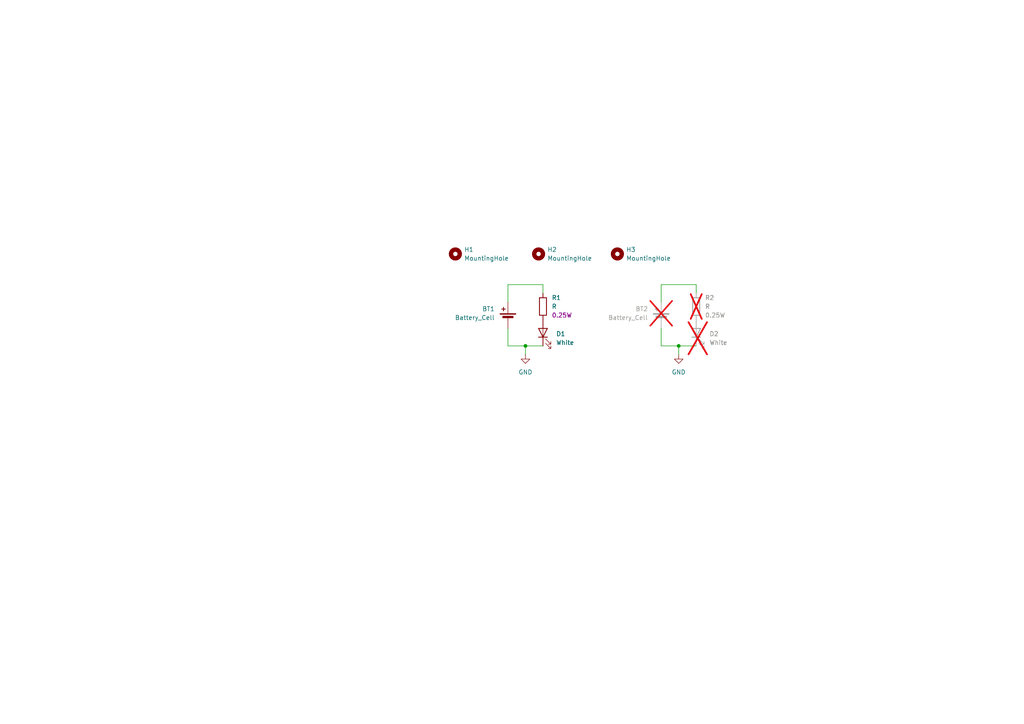
<source format=kicad_sch>
(kicad_sch (version 20250114) (generator "eeschema") (generator_version "9.0")
  (paper "A4")
  (lib_symbols
    (symbol "Battery_Cell_1" (pin_numbers (hide yes)) (pin_names (offset 0) (hide yes))
      (property "Reference" "BT" (at 2.54 2.54 0))
      (property "Value" "Battery_Cell" (at 2.54 0 0))
      (symbol "Battery_Cell_1_0_1"
        (rectangle (start -2.286 1.778) (end 2.286 1.524) (fill (type outline)))
        (rectangle (start -1.524 1.016) (end 1.524 0.508) (fill (type outline)))
        (polyline (pts (xy 0 1.778) (xy 0 2.54)))
        (polyline (pts (xy 0 0.762) (xy 0 0)))
        (polyline (pts (xy 0.762 3.048) (xy 1.778 3.048)) (stroke (width 0.254)))
        (polyline (pts (xy 1.27 3.556) (xy 1.27 2.54)) (stroke (width 0.254)))
      )
      (symbol "Battery_Cell_1_1_1"
        (pin passive line (at 0 5.08 270) (length 2.54) (name "+") (number "1"))
        (pin passive line (at 0 -2.54 90) (length 2.54) (name "-") (number "2"))
      )
    )
    (symbol "Device:Battery_Cell" (pin_numbers (hide yes)) (pin_names (offset 0) (hide yes))
      (property "Reference" "BT" (at 2.54 2.54 0))
      (property "Value" "Battery_Cell" (at 2.54 0 0))
      (symbol "Battery_Cell_0_1"
        (rectangle (start -2.286 1.778) (end 2.286 1.524) (fill (type outline)))
        (rectangle (start -1.524 1.016) (end 1.524 0.508) (fill (type outline)))
        (polyline (pts (xy 0 1.778) (xy 0 2.54)))
        (polyline (pts (xy 0 0.762) (xy 0 0)))
        (polyline (pts (xy 0.762 3.048) (xy 1.778 3.048)) (stroke (width 0.254)))
        (polyline (pts (xy 1.27 3.556) (xy 1.27 2.54)) (stroke (width 0.254)))
      )
      (symbol "Battery_Cell_1_1"
        (pin passive line (at 0 5.08 270) (length 2.54) (name "+") (number "1"))
        (pin passive line (at 0 -2.54 90) (length 2.54) (name "-") (number "2"))
      )
    )
    (symbol "Device:LED" (pin_numbers (hide yes)) (pin_names (offset 1.016) (hide yes))
      (property "Reference" "D" (at 0 2.54 0))
      (property "Value" "LED" (at 0 -2.54 0))
      (symbol "LED_0_1"
        (polyline (pts (xy -3.048 -0.762) (xy -4.572 -2.286) (xy -3.81 -2.286) (xy -4.572 -2.286) (xy -4.572 -1.524)))
        (polyline (pts (xy -1.778 -0.762) (xy -3.302 -2.286) (xy -2.54 -2.286) (xy -3.302 -2.286) (xy -3.302 -1.524)))
        (polyline (pts (xy -1.27 0) (xy 1.27 0)))
        (polyline (pts (xy -1.27 -1.27) (xy -1.27 1.27)) (stroke (width 0.254)))
        (polyline (pts (xy 1.27 -1.27) (xy 1.27 1.27) (xy -1.27 0) (xy 1.27 -1.27)) (stroke (width 0.254)))
      )
      (symbol "LED_1_1"
        (pin passive line (at -3.81 0 0) (length 2.54) (name "K") (number "1"))
        (pin passive line (at 3.81 0 180) (length 2.54) (name "A") (number "2"))
      )
    )
    (symbol "Device:R" (pin_numbers (hide yes)) (pin_names (offset 0))
      (property "Reference" "R" (at 2.032 0 90))
      (property "Value" "R" (at 0 0 90))
      (symbol "R_0_1"
        (rectangle (start -1.016 -2.54) (end 1.016 2.54) (stroke (width 0.254)))
      )
      (symbol "R_1_1"
        (pin passive line (at 0 3.81 270) (length 1.27) (name "~") (number "1"))
        (pin passive line (at 0 -3.81 90) (length 1.27) (name "~") (number "2"))
      )
    )
    (symbol "LED_1" (pin_numbers (hide yes)) (pin_names (offset 1.016) (hide yes))
      (property "Reference" "D" (at 0 2.54 0))
      (property "Value" "LED" (at 0 -2.54 0))
      (symbol "LED_1_0_1"
        (polyline (pts (xy -3.048 -0.762) (xy -4.572 -2.286) (xy -3.81 -2.286) (xy -4.572 -2.286) (xy -4.572 -1.524)))
        (polyline (pts (xy -1.778 -0.762) (xy -3.302 -2.286) (xy -2.54 -2.286) (xy -3.302 -2.286) (xy -3.302 -1.524)))
        (polyline (pts (xy -1.27 0) (xy 1.27 0)))
        (polyline (pts (xy -1.27 -1.27) (xy -1.27 1.27)) (stroke (width 0.254)))
        (polyline (pts (xy 1.27 -1.27) (xy 1.27 1.27) (xy -1.27 0) (xy 1.27 -1.27)) (stroke (width 0.254)))
      )
      (symbol "LED_1_1_1"
        (pin passive line (at -3.81 0 0) (length 2.54) (name "K") (number "1"))
        (pin passive line (at 3.81 0 180) (length 2.54) (name "A") (number "2"))
      )
    )
    (symbol "Mechanical:MountingHole" (pin_names (offset 1.016)) (in_bom no)
      (property "Reference" "H" (at 0 5.08 0))
      (property "Value" "MountingHole" (at 0 3.175 0))
      (symbol "MountingHole_0_1"
        (circle (center 0 0) (radius 1.27) (stroke (width 1.27)))
      )
    )
    (symbol "R_1" (pin_numbers (hide yes)) (pin_names (offset 0))
      (property "Reference" "R" (at 2.032 0 90))
      (property "Value" "R" (at 0 0 90))
      (symbol "R_1_0_1"
        (rectangle (start -1.016 -2.54) (end 1.016 2.54) (stroke (width 0.254)))
      )
      (symbol "R_1_1_1"
        (pin passive line (at 0 3.81 270) (length 1.27) (name "~") (number "1"))
        (pin passive line (at 0 -3.81 90) (length 1.27) (name "~") (number "2"))
      )
    )
    (symbol "power:GND" (power) (pin_numbers (hide yes)) (pin_names (offset 0) (hide yes))
      (property "Value" "GND" (at 0 -3.81 0))
      (symbol "GND_0_1"
        (polyline (pts (xy 0 0) (xy 0 -1.27) (xy 1.27 -1.27) (xy 0 -2.54) (xy -1.27 -1.27) (xy 0 -1.27)))
      )
      (symbol "GND_1_1"
        (pin power_in line (at 0 0 270) (length 0) (name "~") (number "1"))
      )
    )
  )
  (junction (at 152.4 100.33))
  (junction (at 196.85 100.33))
  (wire (pts (xy 147.32 100.33) (xy 152.4 100.33)))
  (wire (pts (xy 201.93 82.55) (xy 191.77 82.55)))
  (wire (pts (xy 201.93 85.09) (xy 201.93 82.55)))
  (wire (pts (xy 191.77 95.25) (xy 191.77 100.33)))
  (wire (pts (xy 157.48 82.55) (xy 147.32 82.55)))
  (wire (pts (xy 196.85 102.87) (xy 196.85 100.33)))
  (wire (pts (xy 152.4 102.87) (xy 152.4 100.33)))
  (wire (pts (xy 196.85 100.33) (xy 201.93 100.33)))
  (wire (pts (xy 191.77 100.33) (xy 196.85 100.33)))
  (wire (pts (xy 147.32 95.25) (xy 147.32 100.33)))
  (wire (pts (xy 191.77 82.55) (xy 191.77 87.63)))
  (wire (pts (xy 152.4 100.33) (xy 157.48 100.33)))
  (wire (pts (xy 147.32 82.55) (xy 147.32 87.63)))
  (wire (pts (xy 157.48 85.09) (xy 157.48 82.55)))
  (symbol (lib_id "Mechanical:MountingHole") (at 132.08 73.66 0) (unit 1) (in_bom no)
    (property "Reference" "H1" (at 134.62 72.3899 0) (effects (justify left)))
    (property "Value" "MountingHole" (at 134.62 74.9299 0) (effects (justify left)))
    (property "Description" "Mounting Hole without connection" (effects (hide yes)))
    (property "Test" "Test" (effects (hide yes)))
  )
  (symbol (lib_id "power:GND") (at 152.4 102.87 0) (unit 1)
    (property "Reference" "#PWR01" (effects (hide yes)))
    (property "Value" "GND" (at 152.4 107.95 0))
    (property "Description" "Power symbol creates a global label with name \"GND\" , ground" (effects (hide yes)))
  )
  (symbol (lib_id "Device:Battery_Cell") (at 147.32 92.71 0) (mirror y) (unit 1)
    (property "Reference" "BT1" (at 143.51 89.5984 0) (effects (justify left)))
    (property "Value" "Battery_Cell" (at 143.51 92.1384 0) (effects (justify left)))
    (property "Footprint" "Battery:BatteryHolder_MYOUNG_BS-07-A1BJ001_CR2032" (effects (hide yes)))
    (property "Description" "Single-cell battery" (effects (hide yes)))
    (property "Test" "Test" (effects (hide yes)))
  )
  (symbol (lib_name "Battery_Cell_1") (lib_id "Device:Battery_Cell") (at 191.77 92.71 0) (mirror y) (unit 1) (dnp yes)
    (property "Reference" "BT2" (at 187.96 89.5984 0) (effects (justify left)))
    (property "Value" "Battery_Cell" (at 187.96 92.1384 0) (effects (justify left)))
    (property "Footprint" "Battery:BatteryHolder_MYOUNG_BS-07-A1BJ001_CR2032" (effects (hide yes)))
    (property "Description" "Single-cell battery" (effects (hide yes)))
    (property "Test" "Test" (effects (hide yes)))
  )
  (symbol (lib_id "Device:R") (at 157.48 88.9 0) (unit 1)
    (property "Reference" "R1" (at 160.02 86.3599 0) (effects (justify left)))
    (property "Value" "R" (at 160.02 88.8999 0) (effects (justify left)))
    (property "Footprint" "Resistor_SMD:R_0805_2012Metric_Pad1.20x1.40mm_HandSolder" (effects (hide yes)))
    (property "Datasheet" "test data for datasheet" (effects (hide yes)))
    (property "Description" "Resistor" (effects (hide yes)))
    (property "MPN" "Generic" (effects (hide yes)))
    (property "Rating" "0.25W" (at 160.02 91.4399 0) (effects (justify left)))
  )
  (symbol (lib_id "Device:LED") (at 157.48 96.52 90) (unit 1)
    (property "Reference" "D1" (at 161.29 96.8374 90) (effects (justify right)))
    (property "Value" "White" (at 161.29 99.3774 90) (effects (justify right)))
    (property "Footprint" "LED_SMD:LED_0805_2012Metric_Pad1.15x1.40mm_HandSolder" (effects (hide yes)))
    (property "Datasheet" "https://docs.broadcom.com/doc/HSMW-C170-U0000-DS100" (effects (hide yes)))
    (property "Description" "Light emitting diode" (effects (hide yes)))
    (property "Sim.Pins" "1=K 2=A" (effects (hide yes)))
    (property "MPN" "HSMW-C170-U0000 " (effects (hide yes)))
  )
  (symbol (lib_id "Mechanical:MountingHole") (at 156.21 73.66 0) (unit 1) (on_board no)
    (property "Reference" "H2" (at 158.75 72.3899 0) (effects (justify left)))
    (property "Value" "MountingHole" (at 158.75 74.9299 0) (effects (justify left)))
    (property "Description" "Mounting Hole without connection" (effects (hide yes)))
  )
  (symbol (lib_name "LED_1") (lib_id "Device:LED") (at 201.93 96.52 90) (unit 1) (dnp yes)
    (property "Reference" "D2" (at 205.74 96.8374 90) (effects (justify right)))
    (property "Value" "White" (at 205.74 99.3774 90) (effects (justify right)))
    (property "Footprint" "LED_SMD:LED_0805_2012Metric_Pad1.15x1.40mm_HandSolder" (effects (hide yes)))
    (property "Datasheet" "https://www.mouser.co.uk/datasheet/2/678/hsmw_c170_u0000_ds100-2498204.pdf" (effects (hide yes)))
    (property "Description" "Light emitting diode" (effects (hide yes)))
    (property "Sim.Pins" "1=K 2=A" (effects (hide yes)))
    (property "MPN" "HSMW-C170-U0000 " (effects (hide yes)))
  )
  (symbol (lib_id "Mechanical:MountingHole") (at 179.07 73.66 0) (unit 1) (in_bom no) (on_board no)
    (property "Reference" "H3" (at 181.61 72.3899 0) (effects (justify left)))
    (property "Value" "MountingHole" (at 181.61 74.9299 0) (effects (justify left)))
    (property "Description" "Mounting Hole without connection" (effects (hide yes)))
  )
  (symbol (lib_id "power:GND") (at 196.85 102.87 0) (unit 1)
    (property "Reference" "#PWR02" (effects (hide yes)))
    (property "Value" "GND" (at 196.85 107.95 0))
    (property "Description" "Power symbol creates a global label with name \"GND\" , ground" (effects (hide yes)))
  )
  (symbol (lib_name "R_1") (lib_id "Device:R") (at 201.93 88.9 0) (unit 1) (dnp yes)
    (property "Reference" "R2" (at 204.47 86.3599 0) (effects (justify left)))
    (property "Value" "R" (at 204.47 88.8999 0) (effects (justify left)))
    (property "Footprint" "Resistor_SMD:R_0805_2012Metric_Pad1.20x1.40mm_HandSolder" (effects (hide yes)))
    (property "Description" "Resistor" (effects (hide yes)))
    (property "MPN" "Generic" (effects (hide yes)))
    (property "Rating" "0.25W" (at 204.47 91.4399 0) (effects (justify left)))
  )
)
</source>
